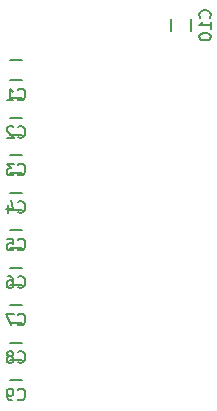
<source format=gbr>
G04 #@! TF.GenerationSoftware,KiCad,Pcbnew,5.0.2-bee76a0~70~ubuntu18.04.1*
G04 #@! TF.CreationDate,2020-04-05T13:34:11+02:00*
G04 #@! TF.ProjectId,APC_Solenoid_exp,4150435f-536f-46c6-956e-6f69645f6578,rev?*
G04 #@! TF.SameCoordinates,Original*
G04 #@! TF.FileFunction,Legend,Bot*
G04 #@! TF.FilePolarity,Positive*
%FSLAX46Y46*%
G04 Gerber Fmt 4.6, Leading zero omitted, Abs format (unit mm)*
G04 Created by KiCad (PCBNEW 5.0.2-bee76a0~70~ubuntu18.04.1) date So 05 Apr 2020 13:34:11 CEST*
%MOMM*%
%LPD*%
G01*
G04 APERTURE LIST*
%ADD10C,0.150000*%
G04 APERTURE END LIST*
D10*
G04 #@! TO.C,C1*
X42045000Y-29630000D02*
X43045000Y-29630000D01*
X43045000Y-31330000D02*
X42045000Y-31330000D01*
G04 #@! TO.C,C2*
X43045000Y-34505000D02*
X42045000Y-34505000D01*
X42045000Y-32805000D02*
X43045000Y-32805000D01*
G04 #@! TO.C,C3*
X42045000Y-35980000D02*
X43045000Y-35980000D01*
X43045000Y-37680000D02*
X42045000Y-37680000D01*
G04 #@! TO.C,C4*
X43045000Y-40855000D02*
X42045000Y-40855000D01*
X42045000Y-39155000D02*
X43045000Y-39155000D01*
G04 #@! TO.C,C5*
X42045000Y-42330000D02*
X43045000Y-42330000D01*
X43045000Y-44030000D02*
X42045000Y-44030000D01*
G04 #@! TO.C,C6*
X43045000Y-47205000D02*
X42045000Y-47205000D01*
X42045000Y-45505000D02*
X43045000Y-45505000D01*
G04 #@! TO.C,C7*
X42045000Y-48680000D02*
X43045000Y-48680000D01*
X43045000Y-50380000D02*
X42045000Y-50380000D01*
G04 #@! TO.C,C8*
X43045000Y-53555000D02*
X42045000Y-53555000D01*
X42045000Y-51855000D02*
X43045000Y-51855000D01*
G04 #@! TO.C,C9*
X42045000Y-55030000D02*
X43045000Y-55030000D01*
X43045000Y-56730000D02*
X42045000Y-56730000D01*
G04 #@! TO.C,C10*
X57365000Y-26170000D02*
X57365000Y-27170000D01*
X55665000Y-27170000D02*
X55665000Y-26170000D01*
G04 #@! TO.C,C1*
X42711666Y-32937142D02*
X42759285Y-32984761D01*
X42902142Y-33032380D01*
X42997380Y-33032380D01*
X43140238Y-32984761D01*
X43235476Y-32889523D01*
X43283095Y-32794285D01*
X43330714Y-32603809D01*
X43330714Y-32460952D01*
X43283095Y-32270476D01*
X43235476Y-32175238D01*
X43140238Y-32080000D01*
X42997380Y-32032380D01*
X42902142Y-32032380D01*
X42759285Y-32080000D01*
X42711666Y-32127619D01*
X41759285Y-33032380D02*
X42330714Y-33032380D01*
X42045000Y-33032380D02*
X42045000Y-32032380D01*
X42140238Y-32175238D01*
X42235476Y-32270476D01*
X42330714Y-32318095D01*
G04 #@! TO.C,C2*
X42711666Y-36112142D02*
X42759285Y-36159761D01*
X42902142Y-36207380D01*
X42997380Y-36207380D01*
X43140238Y-36159761D01*
X43235476Y-36064523D01*
X43283095Y-35969285D01*
X43330714Y-35778809D01*
X43330714Y-35635952D01*
X43283095Y-35445476D01*
X43235476Y-35350238D01*
X43140238Y-35255000D01*
X42997380Y-35207380D01*
X42902142Y-35207380D01*
X42759285Y-35255000D01*
X42711666Y-35302619D01*
X42330714Y-35302619D02*
X42283095Y-35255000D01*
X42187857Y-35207380D01*
X41949761Y-35207380D01*
X41854523Y-35255000D01*
X41806904Y-35302619D01*
X41759285Y-35397857D01*
X41759285Y-35493095D01*
X41806904Y-35635952D01*
X42378333Y-36207380D01*
X41759285Y-36207380D01*
G04 #@! TO.C,C3*
X42711666Y-39287142D02*
X42759285Y-39334761D01*
X42902142Y-39382380D01*
X42997380Y-39382380D01*
X43140238Y-39334761D01*
X43235476Y-39239523D01*
X43283095Y-39144285D01*
X43330714Y-38953809D01*
X43330714Y-38810952D01*
X43283095Y-38620476D01*
X43235476Y-38525238D01*
X43140238Y-38430000D01*
X42997380Y-38382380D01*
X42902142Y-38382380D01*
X42759285Y-38430000D01*
X42711666Y-38477619D01*
X42378333Y-38382380D02*
X41759285Y-38382380D01*
X42092619Y-38763333D01*
X41949761Y-38763333D01*
X41854523Y-38810952D01*
X41806904Y-38858571D01*
X41759285Y-38953809D01*
X41759285Y-39191904D01*
X41806904Y-39287142D01*
X41854523Y-39334761D01*
X41949761Y-39382380D01*
X42235476Y-39382380D01*
X42330714Y-39334761D01*
X42378333Y-39287142D01*
G04 #@! TO.C,C4*
X42711666Y-42462142D02*
X42759285Y-42509761D01*
X42902142Y-42557380D01*
X42997380Y-42557380D01*
X43140238Y-42509761D01*
X43235476Y-42414523D01*
X43283095Y-42319285D01*
X43330714Y-42128809D01*
X43330714Y-41985952D01*
X43283095Y-41795476D01*
X43235476Y-41700238D01*
X43140238Y-41605000D01*
X42997380Y-41557380D01*
X42902142Y-41557380D01*
X42759285Y-41605000D01*
X42711666Y-41652619D01*
X41854523Y-41890714D02*
X41854523Y-42557380D01*
X42092619Y-41509761D02*
X42330714Y-42224047D01*
X41711666Y-42224047D01*
G04 #@! TO.C,C5*
X42711666Y-45637142D02*
X42759285Y-45684761D01*
X42902142Y-45732380D01*
X42997380Y-45732380D01*
X43140238Y-45684761D01*
X43235476Y-45589523D01*
X43283095Y-45494285D01*
X43330714Y-45303809D01*
X43330714Y-45160952D01*
X43283095Y-44970476D01*
X43235476Y-44875238D01*
X43140238Y-44780000D01*
X42997380Y-44732380D01*
X42902142Y-44732380D01*
X42759285Y-44780000D01*
X42711666Y-44827619D01*
X41806904Y-44732380D02*
X42283095Y-44732380D01*
X42330714Y-45208571D01*
X42283095Y-45160952D01*
X42187857Y-45113333D01*
X41949761Y-45113333D01*
X41854523Y-45160952D01*
X41806904Y-45208571D01*
X41759285Y-45303809D01*
X41759285Y-45541904D01*
X41806904Y-45637142D01*
X41854523Y-45684761D01*
X41949761Y-45732380D01*
X42187857Y-45732380D01*
X42283095Y-45684761D01*
X42330714Y-45637142D01*
G04 #@! TO.C,C6*
X42711666Y-48812142D02*
X42759285Y-48859761D01*
X42902142Y-48907380D01*
X42997380Y-48907380D01*
X43140238Y-48859761D01*
X43235476Y-48764523D01*
X43283095Y-48669285D01*
X43330714Y-48478809D01*
X43330714Y-48335952D01*
X43283095Y-48145476D01*
X43235476Y-48050238D01*
X43140238Y-47955000D01*
X42997380Y-47907380D01*
X42902142Y-47907380D01*
X42759285Y-47955000D01*
X42711666Y-48002619D01*
X41854523Y-47907380D02*
X42045000Y-47907380D01*
X42140238Y-47955000D01*
X42187857Y-48002619D01*
X42283095Y-48145476D01*
X42330714Y-48335952D01*
X42330714Y-48716904D01*
X42283095Y-48812142D01*
X42235476Y-48859761D01*
X42140238Y-48907380D01*
X41949761Y-48907380D01*
X41854523Y-48859761D01*
X41806904Y-48812142D01*
X41759285Y-48716904D01*
X41759285Y-48478809D01*
X41806904Y-48383571D01*
X41854523Y-48335952D01*
X41949761Y-48288333D01*
X42140238Y-48288333D01*
X42235476Y-48335952D01*
X42283095Y-48383571D01*
X42330714Y-48478809D01*
G04 #@! TO.C,C7*
X42711666Y-51987142D02*
X42759285Y-52034761D01*
X42902142Y-52082380D01*
X42997380Y-52082380D01*
X43140238Y-52034761D01*
X43235476Y-51939523D01*
X43283095Y-51844285D01*
X43330714Y-51653809D01*
X43330714Y-51510952D01*
X43283095Y-51320476D01*
X43235476Y-51225238D01*
X43140238Y-51130000D01*
X42997380Y-51082380D01*
X42902142Y-51082380D01*
X42759285Y-51130000D01*
X42711666Y-51177619D01*
X42378333Y-51082380D02*
X41711666Y-51082380D01*
X42140238Y-52082380D01*
G04 #@! TO.C,C8*
X42711666Y-55162142D02*
X42759285Y-55209761D01*
X42902142Y-55257380D01*
X42997380Y-55257380D01*
X43140238Y-55209761D01*
X43235476Y-55114523D01*
X43283095Y-55019285D01*
X43330714Y-54828809D01*
X43330714Y-54685952D01*
X43283095Y-54495476D01*
X43235476Y-54400238D01*
X43140238Y-54305000D01*
X42997380Y-54257380D01*
X42902142Y-54257380D01*
X42759285Y-54305000D01*
X42711666Y-54352619D01*
X42140238Y-54685952D02*
X42235476Y-54638333D01*
X42283095Y-54590714D01*
X42330714Y-54495476D01*
X42330714Y-54447857D01*
X42283095Y-54352619D01*
X42235476Y-54305000D01*
X42140238Y-54257380D01*
X41949761Y-54257380D01*
X41854523Y-54305000D01*
X41806904Y-54352619D01*
X41759285Y-54447857D01*
X41759285Y-54495476D01*
X41806904Y-54590714D01*
X41854523Y-54638333D01*
X41949761Y-54685952D01*
X42140238Y-54685952D01*
X42235476Y-54733571D01*
X42283095Y-54781190D01*
X42330714Y-54876428D01*
X42330714Y-55066904D01*
X42283095Y-55162142D01*
X42235476Y-55209761D01*
X42140238Y-55257380D01*
X41949761Y-55257380D01*
X41854523Y-55209761D01*
X41806904Y-55162142D01*
X41759285Y-55066904D01*
X41759285Y-54876428D01*
X41806904Y-54781190D01*
X41854523Y-54733571D01*
X41949761Y-54685952D01*
G04 #@! TO.C,C9*
X42711666Y-58337142D02*
X42759285Y-58384761D01*
X42902142Y-58432380D01*
X42997380Y-58432380D01*
X43140238Y-58384761D01*
X43235476Y-58289523D01*
X43283095Y-58194285D01*
X43330714Y-58003809D01*
X43330714Y-57860952D01*
X43283095Y-57670476D01*
X43235476Y-57575238D01*
X43140238Y-57480000D01*
X42997380Y-57432380D01*
X42902142Y-57432380D01*
X42759285Y-57480000D01*
X42711666Y-57527619D01*
X42235476Y-58432380D02*
X42045000Y-58432380D01*
X41949761Y-58384761D01*
X41902142Y-58337142D01*
X41806904Y-58194285D01*
X41759285Y-58003809D01*
X41759285Y-57622857D01*
X41806904Y-57527619D01*
X41854523Y-57480000D01*
X41949761Y-57432380D01*
X42140238Y-57432380D01*
X42235476Y-57480000D01*
X42283095Y-57527619D01*
X42330714Y-57622857D01*
X42330714Y-57860952D01*
X42283095Y-57956190D01*
X42235476Y-58003809D01*
X42140238Y-58051428D01*
X41949761Y-58051428D01*
X41854523Y-58003809D01*
X41806904Y-57956190D01*
X41759285Y-57860952D01*
G04 #@! TO.C,C10*
X58972142Y-26027142D02*
X59019761Y-25979523D01*
X59067380Y-25836666D01*
X59067380Y-25741428D01*
X59019761Y-25598571D01*
X58924523Y-25503333D01*
X58829285Y-25455714D01*
X58638809Y-25408095D01*
X58495952Y-25408095D01*
X58305476Y-25455714D01*
X58210238Y-25503333D01*
X58115000Y-25598571D01*
X58067380Y-25741428D01*
X58067380Y-25836666D01*
X58115000Y-25979523D01*
X58162619Y-26027142D01*
X59067380Y-26979523D02*
X59067380Y-26408095D01*
X59067380Y-26693809D02*
X58067380Y-26693809D01*
X58210238Y-26598571D01*
X58305476Y-26503333D01*
X58353095Y-26408095D01*
X58067380Y-27598571D02*
X58067380Y-27693809D01*
X58115000Y-27789047D01*
X58162619Y-27836666D01*
X58257857Y-27884285D01*
X58448333Y-27931904D01*
X58686428Y-27931904D01*
X58876904Y-27884285D01*
X58972142Y-27836666D01*
X59019761Y-27789047D01*
X59067380Y-27693809D01*
X59067380Y-27598571D01*
X59019761Y-27503333D01*
X58972142Y-27455714D01*
X58876904Y-27408095D01*
X58686428Y-27360476D01*
X58448333Y-27360476D01*
X58257857Y-27408095D01*
X58162619Y-27455714D01*
X58115000Y-27503333D01*
X58067380Y-27598571D01*
G04 #@! TD*
M02*

</source>
